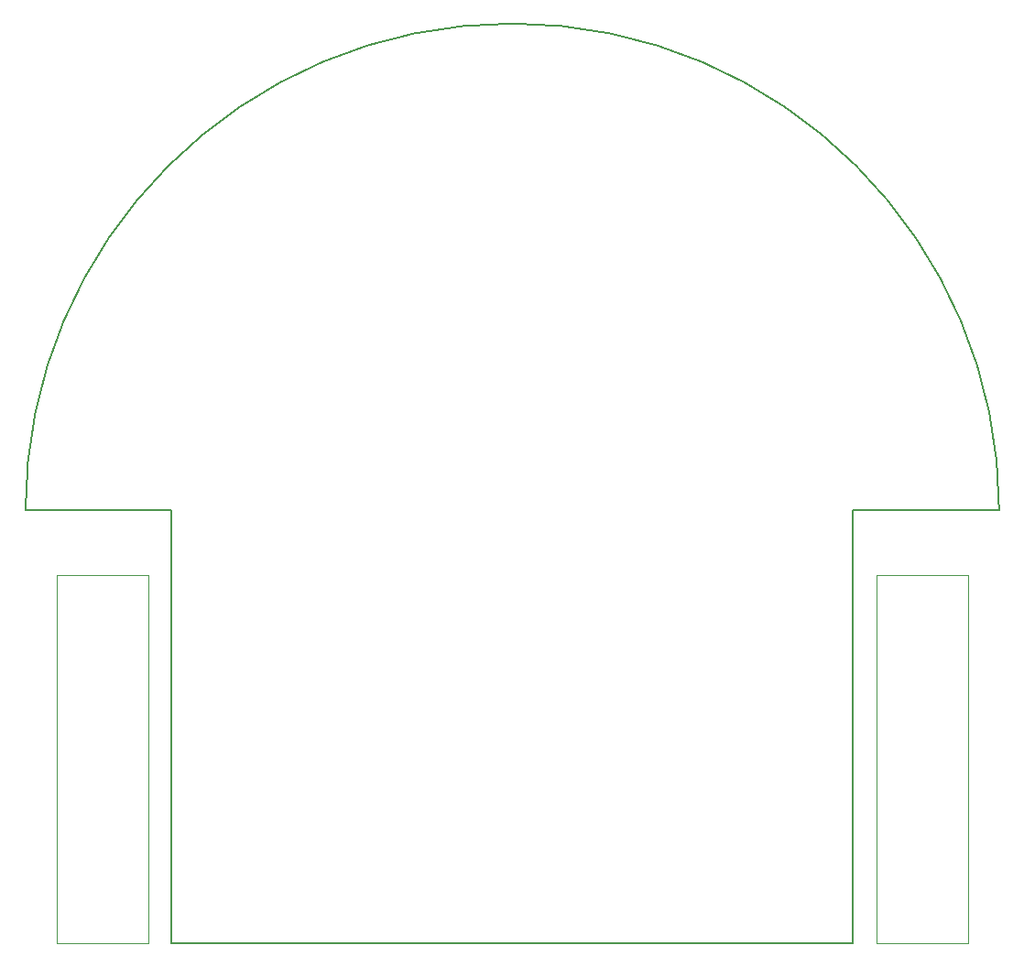
<source format=gbr>
%TF.GenerationSoftware,KiCad,Pcbnew,7.0.10*%
%TF.CreationDate,2024-01-31T17:42:11+01:00*%
%TF.ProjectId,minimouse,6d696e69-6d6f-4757-9365-2e6b69636164,rev?*%
%TF.SameCoordinates,Original*%
%TF.FileFunction,Profile,NP*%
%FSLAX46Y46*%
G04 Gerber Fmt 4.6, Leading zero omitted, Abs format (unit mm)*
G04 Created by KiCad (PCBNEW 7.0.10) date 2024-01-31 17:42:11*
%MOMM*%
%LPD*%
G01*
G04 APERTURE LIST*
%TA.AperFunction,Profile*%
%ADD10C,0.200000*%
%TD*%
%TA.AperFunction,Profile*%
%ADD11C,0.050000*%
%TD*%
G04 APERTURE END LIST*
D10*
X195000000Y-100000000D02*
G75*
G03*
X105000000Y-100000000I-45000000J0D01*
G01*
X181500000Y-140000000D02*
X118500000Y-140000000D01*
X118500000Y-100000000D02*
X105000000Y-100000000D01*
X181500000Y-100000000D02*
X181500000Y-140000000D01*
X195000000Y-100000000D02*
X181500000Y-100000000D01*
X118500000Y-140000000D02*
X118500000Y-100000000D01*
D11*
%TO.C,M2*%
X107900000Y-106000000D02*
X116330000Y-106000000D01*
X116330000Y-106000000D02*
X116330000Y-140000000D01*
X116330000Y-140000000D02*
X107900000Y-140000000D01*
X107900000Y-140000000D02*
X107900000Y-106000000D01*
%TO.C,M1*%
X192100000Y-140000000D02*
X183670000Y-140000000D01*
X183670000Y-140000000D02*
X183670000Y-106000000D01*
X183670000Y-106000000D02*
X192100000Y-106000000D01*
X192100000Y-106000000D02*
X192100000Y-140000000D01*
%TD*%
M02*

</source>
